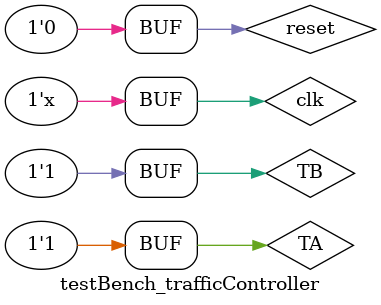
<source format=sv>
`timescale 1ns / 1ps



module testBench_trafficController();
    logic TA, TB, clk = 0, reset;
    logic [1:0] LA, LB;
    
    
    trafficController dut(TA, TB, clk, reset, LA, LB);

    initial begin
        
        reset = 1; TA = 0; TB = 0;
        #40 reset = 0;  
        #150; TA = 1;
        #150; TB = 0;
        #150; TA = 1;
        #150; TB = 1;
        #150; TA = 0; TB = 1;
        #150; TA = 1; TB = 1;
    end

    always #10 clk = ~clk;
endmodule


</source>
